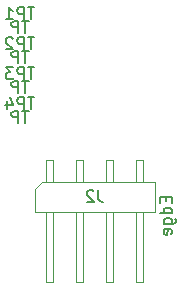
<source format=gbr>
G04 #@! TF.GenerationSoftware,KiCad,Pcbnew,(6.0.0-0)*
G04 #@! TF.CreationDate,2023-01-22T15:48:09+00:00*
G04 #@! TF.ProjectId,VR-Conditioner-MAX9926+reg,56522d43-6f6e-4646-9974-696f6e65722d,3.74*
G04 #@! TF.SameCoordinates,PX6a95280PY6f6d640*
G04 #@! TF.FileFunction,AssemblyDrawing,Bot*
%FSLAX46Y46*%
G04 Gerber Fmt 4.6, Leading zero omitted, Abs format (unit mm)*
G04 Created by KiCad (PCBNEW (6.0.0-0)) date 2023-01-22 15:48:09*
%MOMM*%
%LPD*%
G01*
G04 APERTURE LIST*
%ADD10C,0.150000*%
%ADD11C,0.100000*%
G04 APERTURE END LIST*
D10*
G04 #@! TO.C,J2*
X19216571Y1734620D02*
X19216571Y1401286D01*
X19740380Y1258429D02*
X19740380Y1734620D01*
X18740380Y1734620D01*
X18740380Y1258429D01*
X19740380Y401286D02*
X18740380Y401286D01*
X19692761Y401286D02*
X19740380Y496524D01*
X19740380Y687000D01*
X19692761Y782239D01*
X19645142Y829858D01*
X19549904Y877477D01*
X19264190Y877477D01*
X19168952Y829858D01*
X19121333Y782239D01*
X19073714Y687000D01*
X19073714Y496524D01*
X19121333Y401286D01*
X19073714Y-503476D02*
X19883238Y-503476D01*
X19978476Y-455857D01*
X20026095Y-408238D01*
X20073714Y-313000D01*
X20073714Y-170142D01*
X20026095Y-74904D01*
X19692761Y-503476D02*
X19740380Y-408238D01*
X19740380Y-217761D01*
X19692761Y-122523D01*
X19645142Y-74904D01*
X19549904Y-27285D01*
X19264190Y-27285D01*
X19168952Y-74904D01*
X19121333Y-122523D01*
X19073714Y-217761D01*
X19073714Y-408238D01*
X19121333Y-503476D01*
X19692761Y-1360619D02*
X19740380Y-1265380D01*
X19740380Y-1074904D01*
X19692761Y-979666D01*
X19597523Y-932047D01*
X19216571Y-932047D01*
X19121333Y-979666D01*
X19073714Y-1074904D01*
X19073714Y-1265380D01*
X19121333Y-1360619D01*
X19216571Y-1408238D01*
X19311809Y-1408238D01*
X19407047Y-932047D01*
X13541333Y2349620D02*
X13541333Y1635334D01*
X13588952Y1492477D01*
X13684190Y1397239D01*
X13827047Y1349620D01*
X13922285Y1349620D01*
X13112761Y2254381D02*
X13065142Y2302000D01*
X12969904Y2349620D01*
X12731809Y2349620D01*
X12636571Y2302000D01*
X12588952Y2254381D01*
X12541333Y2159143D01*
X12541333Y2063905D01*
X12588952Y1921048D01*
X13160380Y1349620D01*
X12541333Y1349620D01*
G04 #@! TO.C,TP2*
X7643714Y14136620D02*
X7072285Y14136620D01*
X7358000Y13136620D02*
X7358000Y14136620D01*
X6738952Y13136620D02*
X6738952Y14136620D01*
X6358000Y14136620D01*
X6262761Y14089000D01*
X6215142Y14041381D01*
X6167523Y13946143D01*
X6167523Y13803286D01*
X6215142Y13708048D01*
X6262761Y13660429D01*
X6358000Y13612810D01*
X6738952Y13612810D01*
X8119904Y15279620D02*
X7548476Y15279620D01*
X7834190Y14279620D02*
X7834190Y15279620D01*
X7215142Y14279620D02*
X7215142Y15279620D01*
X6834190Y15279620D01*
X6738952Y15232000D01*
X6691333Y15184381D01*
X6643714Y15089143D01*
X6643714Y14946286D01*
X6691333Y14851048D01*
X6738952Y14803429D01*
X6834190Y14755810D01*
X7215142Y14755810D01*
X6262761Y15184381D02*
X6215142Y15232000D01*
X6119904Y15279620D01*
X5881809Y15279620D01*
X5786571Y15232000D01*
X5738952Y15184381D01*
X5691333Y15089143D01*
X5691333Y14993905D01*
X5738952Y14851048D01*
X6310380Y14279620D01*
X5691333Y14279620D01*
G04 #@! TO.C,TP4*
X7643714Y9056620D02*
X7072285Y9056620D01*
X7358000Y8056620D02*
X7358000Y9056620D01*
X6738952Y8056620D02*
X6738952Y9056620D01*
X6358000Y9056620D01*
X6262761Y9009000D01*
X6215142Y8961381D01*
X6167523Y8866143D01*
X6167523Y8723286D01*
X6215142Y8628048D01*
X6262761Y8580429D01*
X6358000Y8532810D01*
X6738952Y8532810D01*
X8119904Y10199620D02*
X7548476Y10199620D01*
X7834190Y9199620D02*
X7834190Y10199620D01*
X7215142Y9199620D02*
X7215142Y10199620D01*
X6834190Y10199620D01*
X6738952Y10152000D01*
X6691333Y10104381D01*
X6643714Y10009143D01*
X6643714Y9866286D01*
X6691333Y9771048D01*
X6738952Y9723429D01*
X6834190Y9675810D01*
X7215142Y9675810D01*
X5786571Y9866286D02*
X5786571Y9199620D01*
X6024666Y10247239D02*
X6262761Y9532953D01*
X5643714Y9532953D01*
G04 #@! TO.C,TP3*
X7643714Y11596620D02*
X7072285Y11596620D01*
X7358000Y10596620D02*
X7358000Y11596620D01*
X6738952Y10596620D02*
X6738952Y11596620D01*
X6358000Y11596620D01*
X6262761Y11549000D01*
X6215142Y11501381D01*
X6167523Y11406143D01*
X6167523Y11263286D01*
X6215142Y11168048D01*
X6262761Y11120429D01*
X6358000Y11072810D01*
X6738952Y11072810D01*
X8119904Y12739620D02*
X7548476Y12739620D01*
X7834190Y11739620D02*
X7834190Y12739620D01*
X7215142Y11739620D02*
X7215142Y12739620D01*
X6834190Y12739620D01*
X6738952Y12692000D01*
X6691333Y12644381D01*
X6643714Y12549143D01*
X6643714Y12406286D01*
X6691333Y12311048D01*
X6738952Y12263429D01*
X6834190Y12215810D01*
X7215142Y12215810D01*
X6310380Y12739620D02*
X5691333Y12739620D01*
X6024666Y12358667D01*
X5881809Y12358667D01*
X5786571Y12311048D01*
X5738952Y12263429D01*
X5691333Y12168191D01*
X5691333Y11930096D01*
X5738952Y11834858D01*
X5786571Y11787239D01*
X5881809Y11739620D01*
X6167523Y11739620D01*
X6262761Y11787239D01*
X6310380Y11834858D01*
G04 #@! TO.C,TP1*
X7643714Y16676620D02*
X7072285Y16676620D01*
X7358000Y15676620D02*
X7358000Y16676620D01*
X6738952Y15676620D02*
X6738952Y16676620D01*
X6358000Y16676620D01*
X6262761Y16629000D01*
X6215142Y16581381D01*
X6167523Y16486143D01*
X6167523Y16343286D01*
X6215142Y16248048D01*
X6262761Y16200429D01*
X6358000Y16152810D01*
X6738952Y16152810D01*
X8119904Y17819620D02*
X7548476Y17819620D01*
X7834190Y16819620D02*
X7834190Y17819620D01*
X7215142Y16819620D02*
X7215142Y17819620D01*
X6834190Y17819620D01*
X6738952Y17772000D01*
X6691333Y17724381D01*
X6643714Y17629143D01*
X6643714Y17486286D01*
X6691333Y17391048D01*
X6738952Y17343429D01*
X6834190Y17295810D01*
X7215142Y17295810D01*
X5691333Y16819620D02*
X6262761Y16819620D01*
X5977047Y16819620D02*
X5977047Y17819620D01*
X6072285Y17676762D01*
X6167523Y17581524D01*
X6262761Y17533905D01*
D11*
G04 #@! TO.C,J2*
X18288000Y532000D02*
X18288000Y3072000D01*
X9718000Y532000D02*
X9718000Y-5468000D01*
X9078000Y4892000D02*
X9078000Y3072000D01*
X14798000Y4892000D02*
X14798000Y3072000D01*
X9078000Y532000D02*
X9078000Y-5468000D01*
X11618000Y532000D02*
X11618000Y-5468000D01*
X17338000Y4892000D02*
X17338000Y3072000D01*
X14158000Y4892000D02*
X14158000Y3072000D01*
X11618000Y-5468000D02*
X12258000Y-5468000D01*
X14798000Y532000D02*
X14798000Y-5468000D01*
X12258000Y532000D02*
X12258000Y-5468000D01*
X8128000Y532000D02*
X18288000Y532000D01*
X16698000Y-5468000D02*
X17338000Y-5468000D01*
X16698000Y532000D02*
X16698000Y-5468000D01*
X9718000Y4892000D02*
X9718000Y3072000D01*
X11618000Y4892000D02*
X11618000Y3072000D01*
X16698000Y4892000D02*
X17338000Y4892000D01*
X17338000Y532000D02*
X17338000Y-5468000D01*
X16698000Y4892000D02*
X16698000Y3072000D01*
X14158000Y4892000D02*
X14798000Y4892000D01*
X14158000Y532000D02*
X14158000Y-5468000D01*
X14158000Y-5468000D02*
X14798000Y-5468000D01*
X8128000Y2437000D02*
X8128000Y532000D01*
X9078000Y4892000D02*
X9718000Y4892000D01*
X11618000Y4892000D02*
X12258000Y4892000D01*
X18288000Y3072000D02*
X8763000Y3072000D01*
X8763000Y3072000D02*
X8128000Y2437000D01*
X9078000Y-5468000D02*
X9718000Y-5468000D01*
X12258000Y4892000D02*
X12258000Y3072000D01*
G04 #@! TD*
M02*

</source>
